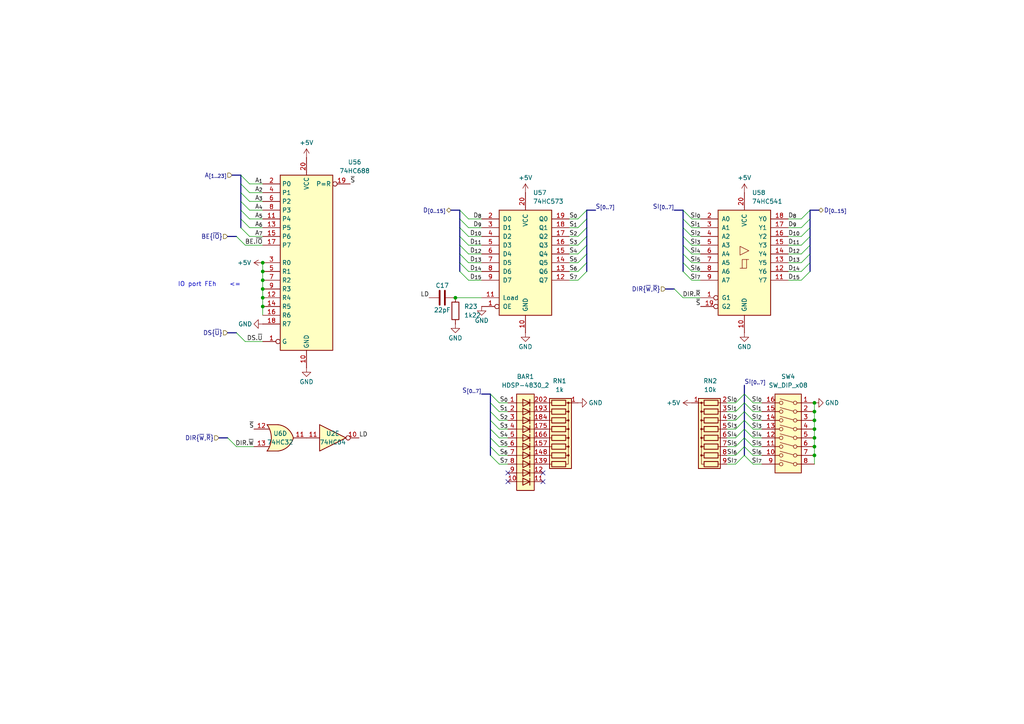
<source format=kicad_sch>
(kicad_sch (version 20250114) (generator "eeschema") (generator_version "9.0")
  (paper "A4")
  (lib_symbols
    (symbol "74xx:74HC688"
      (property "Reference" "U" (at -7.62 26.67 0))
      (property "Value" "74HC688" (at -7.62 -26.67 0))
      (symbol "74HC688_1_0"
        (pin input line (at -12.7 22.86 0) (length 5.08) (name "P0") (number "2"))
        (pin input line (at -12.7 20.32 0) (length 5.08) (name "P1") (number "4"))
        (pin input line (at -12.7 17.78 0) (length 5.08) (name "P2") (number "6"))
        (pin input line (at -12.7 15.24 0) (length 5.08) (name "P3") (number "8"))
        (pin input line (at -12.7 12.7 0) (length 5.08) (name "P4") (number "11"))
        (pin input line (at -12.7 10.16 0) (length 5.08) (name "P5") (number "13"))
        (pin input line (at -12.7 7.62 0) (length 5.08) (name "P6") (number "15"))
        (pin input line (at -12.7 5.08 0) (length 5.08) (name "P7") (number "17"))
        (pin input line (at -12.7 0 0) (length 5.08) (name "R0") (number "3"))
        (pin input line (at -12.7 -2.54 0) (length 5.08) (name "R1") (number "5"))
        (pin input line (at -12.7 -5.08 0) (length 5.08) (name "R2") (number "7"))
        (pin input line (at -12.7 -7.62 0) (length 5.08) (name "R3") (number "9"))
        (pin input line (at -12.7 -10.16 0) (length 5.08) (name "R4") (number "12"))
        (pin input line (at -12.7 -12.7 0) (length 5.08) (name "R5") (number "14"))
        (pin input line (at -12.7 -15.24 0) (length 5.08) (name "R6") (number "16"))
        (pin input line (at -12.7 -17.78 0) (length 5.08) (name "R7") (number "18"))
        (pin input inverted (at -12.7 -22.86 0) (length 5.08) (name "G") (number "1"))
        (pin power_in line (at 0 30.48 270) (length 5.08) (name "VCC") (number "20"))
        (pin power_in line (at 0 -30.48 90) (length 5.08) (name "GND") (number "10"))
        (pin output inverted (at 12.7 22.86 180) (length 5.08) (name "P=R") (number "19"))
      )
      (symbol "74HC688_1_1"
        (rectangle (start -7.62 25.4) (end 7.62 -25.4) (stroke (width 0.254)) (fill (type background)))
      )
    )
    (symbol "74xx:74LS04"
      (property "Reference" "U" (at 0 1.27 0))
      (property "Value" "74LS04" (at 0 -1.27 0))
      (symbol "74LS04_1_0"
        (polyline (pts (xy -3.81 3.81) (xy -3.81 -3.81) (xy 3.81 0) (xy -3.81 3.81)) (stroke (width 0.254)) (fill (type background)))
        (pin input line (at -7.62 0 0) (length 3.81) (name "~") (number "1"))
        (pin output inverted (at 7.62 0 180) (length 3.81) (name "~") (number "2"))
      )
      (symbol "74LS04_2_0"
        (polyline (pts (xy -3.81 3.81) (xy -3.81 -3.81) (xy 3.81 0) (xy -3.81 3.81)) (stroke (width 0.254)) (fill (type background)))
        (pin input line (at -7.62 0 0) (length 3.81) (name "~") (number "3"))
        (pin output inverted (at 7.62 0 180) (length 3.81) (name "~") (number "4"))
      )
      (symbol "74LS04_3_0"
        (polyline (pts (xy -3.81 3.81) (xy -3.81 -3.81) (xy 3.81 0) (xy -3.81 3.81)) (stroke (width 0.254)) (fill (type background)))
        (pin input line (at -7.62 0 0) (length 3.81) (name "~") (number "5"))
        (pin output inverted (at 7.62 0 180) (length 3.81) (name "~") (number "6"))
      )
      (symbol "74LS04_4_0"
        (polyline (pts (xy -3.81 3.81) (xy -3.81 -3.81) (xy 3.81 0) (xy -3.81 3.81)) (stroke (width 0.254)) (fill (type background)))
        (pin input line (at -7.62 0 0) (length 3.81) (name "~") (number "9"))
        (pin output inverted (at 7.62 0 180) (length 3.81) (name "~") (number "8"))
      )
      (symbol "74LS04_5_0"
        (polyline (pts (xy -3.81 3.81) (xy -3.81 -3.81) (xy 3.81 0) (xy -3.81 3.81)) (stroke (width 0.254)) (fill (type background)))
        (pin input line (at -7.62 0 0) (length 3.81) (name "~") (number "11"))
        (pin output inverted (at 7.62 0 180) (length 3.81) (name "~") (number "10"))
      )
      (symbol "74LS04_6_0"
        (polyline (pts (xy -3.81 3.81) (xy -3.81 -3.81) (xy 3.81 0) (xy -3.81 3.81)) (stroke (width 0.254)) (fill (type background)))
        (pin input line (at -7.62 0 0) (length 3.81) (name "~") (number "13"))
        (pin output inverted (at 7.62 0 180) (length 3.81) (name "~") (number "12"))
      )
      (symbol "74LS04_7_0"
        (pin power_in line (at 0 12.7 270) (length 5.08) (name "VCC") (number "14"))
        (pin power_in line (at 0 -12.7 90) (length 5.08) (name "GND") (number "7"))
      )
      (symbol "74LS04_7_1"
        (rectangle (start -5.08 7.62) (end 5.08 -7.62) (stroke (width 0.254)) (fill (type background)))
      )
    )
    (symbol "74xx:74LS32" (pin_names (offset 1.016))
      (property "Reference" "U" (at 0 1.27 0))
      (property "Value" "74LS32" (at 0 -1.27 0))
      (symbol "74LS32_1_1"
        (arc (start -3.81 3.81) (mid -2.589 0) (end -3.81 -3.81) (stroke (width 0.254)))
        (polyline (pts (xy -3.81 3.81) (xy -0.635 3.81)) (stroke (width 0.254)) (fill (type background)))
        (polyline (pts (xy -3.81 -3.81) (xy -0.635 -3.81)) (stroke (width 0.254)) (fill (type background)))
        (arc (start 3.81 0) (mid 2.1855 -2.584) (end -0.6096 -3.81) (stroke (width 0.254)) (fill (type background)))
        (arc (start -0.6096 3.81) (mid 2.1928 2.5924) (end 3.81 0) (stroke (width 0.254)) (fill (type background)))
        (polyline (pts (xy -0.635 3.81) (xy -3.81 3.81) (xy -3.81 3.81) (xy -3.556 3.4036) (xy -3.0226 2.2606) (xy -2.6924 1.0414) (xy -2.6162 -0.254) (xy -2.7686 -1.4986) (xy -3.175 -2.7178) (xy -3.81 -3.81) (xy -3.81 -3.81) (xy -0.635 -3.81)) (stroke (width -25.4)) (fill (type background)))
        (pin input line (at -7.62 2.54 0) (length 4.318) (name "~") (number "1"))
        (pin input line (at -7.62 -2.54 0) (length 4.318) (name "~") (number "2"))
        (pin output line (at 7.62 0 180) (length 3.81) (name "~") (number "3"))
      )
      (symbol "74LS32_1_2"
        (arc (start 0 3.81) (mid 3.7934 0) (end 0 -3.81) (stroke (width 0.254)) (fill (type background)))
        (polyline (pts (xy 0 3.81) (xy -3.81 3.81) (xy -3.81 -3.81) (xy 0 -3.81)) (stroke (width 0.254)) (fill (type background)))
        (pin input inverted (at -7.62 2.54 0) (length 3.81) (name "~") (number "1"))
        (pin input inverted (at -7.62 -2.54 0) (length 3.81) (name "~") (number "2"))
        (pin output inverted (at 7.62 0 180) (length 3.81) (name "~") (number "3"))
      )
      (symbol "74LS32_2_1"
        (arc (start -3.81 3.81) (mid -2.589 0) (end -3.81 -3.81) (stroke (width 0.254)))
        (polyline (pts (xy -3.81 3.81) (xy -0.635 3.81)) (stroke (width 0.254)) (fill (type background)))
        (polyline (pts (xy -3.81 -3.81) (xy -0.635 -3.81)) (stroke (width 0.254)) (fill (type background)))
        (arc (start 3.81 0) (mid 2.1855 -2.584) (end -0.6096 -3.81) (stroke (width 0.254)) (fill (type background)))
        (arc (start -0.6096 3.81) (mid 2.1928 2.5924) (end 3.81 0) (stroke (width 0.254)) (fill (type background)))
        (polyline (pts (xy -0.635 3.81) (xy -3.81 3.81) (xy -3.81 3.81) (xy -3.556 3.4036) (xy -3.0226 2.2606) (xy -2.6924 1.0414) (xy -2.6162 -0.254) (xy -2.7686 -1.4986) (xy -3.175 -2.7178) (xy -3.81 -3.81) (xy -3.81 -3.81) (xy -0.635 -3.81)) (stroke (width -25.4)) (fill (type background)))
        (pin input line (at -7.62 2.54 0) (length 4.318) (name "~") (number "4"))
        (pin input line (at -7.62 -2.54 0) (length 4.318) (name "~") (number "5"))
        (pin output line (at 7.62 0 180) (length 3.81) (name "~") (number "6"))
      )
      (symbol "74LS32_2_2"
        (arc (start 0 3.81) (mid 3.7934 0) (end 0 -3.81) (stroke (width 0.254)) (fill (type background)))
        (polyline (pts (xy 0 3.81) (xy -3.81 3.81) (xy -3.81 -3.81) (xy 0 -3.81)) (stroke (width 0.254)) (fill (type background)))
        (pin input inverted (at -7.62 2.54 0) (length 3.81) (name "~") (number "4"))
        (pin input inverted (at -7.62 -2.54 0) (length 3.81) (name "~") (number "5"))
        (pin output inverted (at 7.62 0 180) (length 3.81) (name "~") (number "6"))
      )
      (symbol "74LS32_3_1"
        (arc (start -3.81 3.81) (mid -2.589 0) (end -3.81 -3.81) (stroke (width 0.254)))
        (polyline (pts (xy -3.81 3.81) (xy -0.635 3.81)) (stroke (width 0.254)) (fill (type background)))
        (polyline (pts (xy -3.81 -3.81) (xy -0.635 -3.81)) (stroke (width 0.254)) (fill (type background)))
        (arc (start 3.81 0) (mid 2.1855 -2.584) (end -0.6096 -3.81) (stroke (width 0.254)) (fill (type background)))
        (arc (start -0.6096 3.81) (mid 2.1928 2.5924) (end 3.81 0) (stroke (width 0.254)) (fill (type background)))
        (polyline (pts (xy -0.635 3.81) (xy -3.81 3.81) (xy -3.81 3.81) (xy -3.556 3.4036) (xy -3.0226 2.2606) (xy -2.6924 1.0414) (xy -2.6162 -0.254) (xy -2.7686 -1.4986) (xy -3.175 -2.7178) (xy -3.81 -3.81) (xy -3.81 -3.81) (xy -0.635 -3.81)) (stroke (width -25.4)) (fill (type background)))
        (pin input line (at -7.62 2.54 0) (length 4.318) (name "~") (number "9"))
        (pin input line (at -7.62 -2.54 0) (length 4.318) (name "~") (number "10"))
        (pin output line (at 7.62 0 180) (length 3.81) (name "~") (number "8"))
      )
      (symbol "74LS32_3_2"
        (arc (start 0 3.81) (mid 3.7934 0) (end 0 -3.81) (stroke (width 0.254)) (fill (type background)))
        (polyline (pts (xy 0 3.81) (xy -3.81 3.81) (xy -3.81 -3.81) (xy 0 -3.81)) (stroke (width 0.254)) (fill (type background)))
        (pin input inverted (at -7.62 2.54 0) (length 3.81) (name "~") (number "9"))
        (pin input inverted (at -7.62 -2.54 0) (length 3.81) (name "~") (number "10"))
        (pin output inverted (at 7.62 0 180) (length 3.81) (name "~") (number "8"))
      )
      (symbol "74LS32_4_1"
        (arc (start -3.81 3.81) (mid -2.589 0) (end -3.81 -3.81) (stroke (width 0.254)))
        (polyline (pts (xy -3.81 3.81) (xy -0.635 3.81)) (stroke (width 0.254)) (fill (type background)))
        (polyline (pts (xy -3.81 -3.81) (xy -0.635 -3.81)) (stroke (width 0.254)) (fill (type background)))
        (arc (start 3.81 0) (mid 2.1855 -2.584) (end -0.6096 -3.81) (stroke (width 0.254)) (fill (type background)))
        (arc (start -0.6096 3.81) (mid 2.1928 2.5924) (end 3.81 0) (stroke (width 0.254)) (fill (type background)))
        (polyline (pts (xy -0.635 3.81) (xy -3.81 3.81) (xy -3.81 3.81) (xy -3.556 3.4036) (xy -3.0226 2.2606) (xy -2.6924 1.0414) (xy -2.6162 -0.254) (xy -2.7686 -1.4986) (xy -3.175 -2.7178) (xy -3.81 -3.81) (xy -3.81 -3.81) (xy -0.635 -3.81)) (stroke (width -25.4)) (fill (type background)))
        (pin input line (at -7.62 2.54 0) (length 4.318) (name "~") (number "12"))
        (pin input line (at -7.62 -2.54 0) (length 4.318) (name "~") (number "13"))
        (pin output line (at 7.62 0 180) (length 3.81) (name "~") (number "11"))
      )
      (symbol "74LS32_4_2"
        (arc (start 0 3.81) (mid 3.7934 0) (end 0 -3.81) (stroke (width 0.254)) (fill (type background)))
        (polyline (pts (xy 0 3.81) (xy -3.81 3.81) (xy -3.81 -3.81) (xy 0 -3.81)) (stroke (width 0.254)) (fill (type background)))
        (pin input inverted (at -7.62 2.54 0) (length 3.81) (name "~") (number "12"))
        (pin input inverted (at -7.62 -2.54 0) (length 3.81) (name "~") (number "13"))
        (pin output inverted (at 7.62 0 180) (length 3.81) (name "~") (number "11"))
      )
      (symbol "74LS32_5_0"
        (pin power_in line (at 0 12.7 270) (length 5.08) (name "VCC") (number "14"))
        (pin power_in line (at 0 -12.7 90) (length 5.08) (name "GND") (number "7"))
      )
      (symbol "74LS32_5_1"
        (rectangle (start -5.08 7.62) (end 5.08 -7.62) (stroke (width 0.254)) (fill (type background)))
      )
    )
    (symbol "74xx:74LS541" (pin_names (offset 1.016))
      (property "Reference" "U" (at -7.62 16.51 0))
      (property "Value" "74LS541" (at -7.62 -16.51 0))
      (symbol "74LS541_1_0"
        (polyline (pts (xy -1.27 -1.6002) (xy 0.635 -1.6002) (xy 0.635 0.9398) (xy 1.27 0.9398)))
        (polyline (pts (xy -0.635 -1.6002) (xy -0.635 0.9398) (xy 0.635 0.9398)))
        (polyline (pts (xy 1.27 3.4798) (xy -1.27 4.7498) (xy -1.27 2.2098) (xy 1.27 3.4798)) (stroke (width 0.1524)))
        (pin input line (at -12.7 12.7 0) (length 5.08) (name "A0") (number "2"))
        (pin input line (at -12.7 10.16 0) (length 5.08) (name "A1") (number "3"))
        (pin input line (at -12.7 7.62 0) (length 5.08) (name "A2") (number "4"))
        (pin input line (at -12.7 5.08 0) (length 5.08) (name "A3") (number "5"))
        (pin input line (at -12.7 2.54 0) (length 5.08) (name "A4") (number "6"))
        (pin input line (at -12.7 0 0) (length 5.08) (name "A5") (number "7"))
        (pin input line (at -12.7 -2.54 0) (length 5.08) (name "A6") (number "8"))
        (pin input line (at -12.7 -5.08 0) (length 5.08) (name "A7") (number "9"))
        (pin input inverted (at -12.7 -10.16 0) (length 5.08) (name "G1") (number "1"))
        (pin input inverted (at -12.7 -12.7 0) (length 5.08) (name "G2") (number "19"))
        (pin power_in line (at 0 20.32 270) (length 5.08) (name "VCC") (number "20"))
        (pin power_in line (at 0 -20.32 90) (length 5.08) (name "GND") (number "10"))
        (pin tri_state line (at 12.7 12.7 180) (length 5.08) (name "Y0") (number "18"))
        (pin tri_state line (at 12.7 10.16 180) (length 5.08) (name "Y1") (number "17"))
        (pin tri_state line (at 12.7 7.62 180) (length 5.08) (name "Y2") (number "16"))
        (pin tri_state line (at 12.7 5.08 180) (length 5.08) (name "Y3") (number "15"))
        (pin tri_state line (at 12.7 2.54 180) (length 5.08) (name "Y4") (number "14"))
        (pin tri_state line (at 12.7 0 180) (length 5.08) (name "Y5") (number "13"))
        (pin tri_state line (at 12.7 -2.54 180) (length 5.08) (name "Y6") (number "12"))
        (pin tri_state line (at 12.7 -5.08 180) (length 5.08) (name "Y7") (number "11"))
      )
      (symbol "74LS541_1_1"
        (rectangle (start -7.62 15.24) (end 7.62 -15.24) (stroke (width 0.254)) (fill (type background)))
      )
    )
    (symbol "74xx:74LS573" (pin_names (offset 1.016))
      (property "Reference" "U" (at -7.62 16.51 0))
      (property "Value" "74LS573" (at -7.62 -16.51 0))
      (symbol "74LS573_1_0"
        (pin input line (at -12.7 12.7 0) (length 5.08) (name "D0") (number "2"))
        (pin input line (at -12.7 10.16 0) (length 5.08) (name "D1") (number "3"))
        (pin input line (at -12.7 7.62 0) (length 5.08) (name "D2") (number "4"))
        (pin input line (at -12.7 5.08 0) (length 5.08) (name "D3") (number "5"))
        (pin input line (at -12.7 2.54 0) (length 5.08) (name "D4") (number "6"))
        (pin input line (at -12.7 0 0) (length 5.08) (name "D5") (number "7"))
        (pin input line (at -12.7 -2.54 0) (length 5.08) (name "D6") (number "8"))
        (pin input line (at -12.7 -5.08 0) (length 5.08) (name "D7") (number "9"))
        (pin input line (at -12.7 -10.16 0) (length 5.08) (name "Load") (number "11"))
        (pin input inverted (at -12.7 -12.7 0) (length 5.08) (name "OE") (number "1"))
        (pin power_in line (at 0 20.32 270) (length 5.08) (name "VCC") (number "20"))
        (pin power_in line (at 0 -20.32 90) (length 5.08) (name "GND") (number "10"))
        (pin tri_state line (at 12.7 12.7 180) (length 5.08) (name "Q0") (number "19"))
        (pin tri_state line (at 12.7 10.16 180) (length 5.08) (name "Q1") (number "18"))
        (pin tri_state line (at 12.7 7.62 180) (length 5.08) (name "Q2") (number "17"))
        (pin tri_state line (at 12.7 5.08 180) (length 5.08) (name "Q3") (number "16"))
        (pin tri_state line (at 12.7 2.54 180) (length 5.08) (name "Q4") (number "15"))
        (pin tri_state line (at 12.7 0 180) (length 5.08) (name "Q5") (number "14"))
        (pin tri_state line (at 12.7 -2.54 180) (length 5.08) (name "Q6") (number "13"))
        (pin tri_state line (at 12.7 -5.08 180) (length 5.08) (name "Q7") (number "12"))
      )
      (symbol "74LS573_1_1"
        (rectangle (start -7.62 15.24) (end 7.62 -15.24) (stroke (width 0.254)) (fill (type background)))
      )
    )
    (symbol "Device:C" (pin_numbers (hide yes)) (pin_names (offset 0.254))
      (property "Reference" "C" (at 0.635 2.54 0))
      (property "Value" "C" (at 0.635 -2.54 0))
      (symbol "C_0_1"
        (polyline (pts (xy -2.032 0.762) (xy 2.032 0.762)) (stroke (width 0.508)))
        (polyline (pts (xy -2.032 -0.762) (xy 2.032 -0.762)) (stroke (width 0.508)))
      )
      (symbol "C_1_1"
        (pin passive line (at 0 3.81 270) (length 2.794) (name "~") (number "1"))
        (pin passive line (at 0 -3.81 90) (length 2.794) (name "~") (number "2"))
      )
    )
    (symbol "Device:R" (pin_numbers (hide yes)) (pin_names (offset 0))
      (property "Reference" "R" (at 2.032 0 90))
      (property "Value" "R" (at 0 0 90))
      (symbol "R_0_1"
        (rectangle (start -1.016 -2.54) (end 1.016 2.54) (stroke (width 0.254)))
      )
      (symbol "R_1_1"
        (pin passive line (at 0 3.81 270) (length 1.27) (name "~") (number "1"))
        (pin passive line (at 0 -3.81 90) (length 1.27) (name "~") (number "2"))
      )
    )
    (symbol "Device:R_Network08" (pin_names (offset 0) (hide yes))
      (property "Reference" "RN" (at -12.7 0 90))
      (property "Value" "R_Network08" (at 10.16 0 90))
      (symbol "R_Network08_0_1"
        (rectangle (start -11.43 -3.175) (end 8.89 3.175) (stroke (width 0.254)) (fill (type background)))
        (rectangle (start -10.922 1.524) (end -9.398 -2.54) (stroke (width 0.254)))
        (circle (center -10.16 2.286) (radius 0.254) (fill (type outline)))
        (polyline (pts (xy -10.16 1.524) (xy -10.16 2.286) (xy -7.62 2.286) (xy -7.62 1.524)))
        (polyline (pts (xy -10.16 -2.54) (xy -10.16 -3.81)))
        (rectangle (start -8.382 1.524) (end -6.858 -2.54) (stroke (width 0.254)))
        (circle (center -7.62 2.286) (radius 0.254) (fill (type outline)))
        (polyline (pts (xy -7.62 1.524) (xy -7.62 2.286) (xy -5.08 2.286) (xy -5.08 1.524)))
        (polyline (pts (xy -7.62 -2.54) (xy -7.62 -3.81)))
        (rectangle (start -5.842 1.524) (end -4.318 -2.54) (stroke (width 0.254)))
        (circle (center -5.08 2.286) (radius 0.254) (fill (type outline)))
        (polyline (pts (xy -5.08 1.524) (xy -5.08 2.286) (xy -2.54 2.286) (xy -2.54 1.524)))
        (polyline (pts (xy -5.08 -2.54) (xy -5.08 -3.81)))
        (rectangle (start -3.302 1.524) (end -1.778 -2.54) (stroke (width 0.254)))
        (circle (center -2.54 2.286) (radius 0.254) (fill (type outline)))
        (polyline (pts (xy -2.54 1.524) (xy -2.54 2.286) (xy 0 2.286) (xy 0 1.524)))
        (polyline (pts (xy -2.54 -2.54) (xy -2.54 -3.81)))
        (rectangle (start -0.762 1.524) (end 0.762 -2.54) (stroke (width 0.254)))
        (circle (center 0 2.286) (radius 0.254) (fill (type outline)))
        (polyline (pts (xy 0 1.524) (xy 0 2.286) (xy 2.54 2.286) (xy 2.54 1.524)))
        (polyline (pts (xy 0 -2.54) (xy 0 -3.81)))
        (rectangle (start 1.778 1.524) (end 3.302 -2.54) (stroke (width 0.254)))
        (circle (center 2.54 2.286) (radius 0.254) (fill (type outline)))
        (polyline (pts (xy 2.54 1.524) (xy 2.54 2.286) (xy 5.08 2.286) (xy 5.08 1.524)))
        (polyline (pts (xy 2.54 -2.54) (xy 2.54 -3.81)))
        (rectangle (start 4.318 1.524) (end 5.842 -2.54) (stroke (width 0.254)))
        (circle (center 5.08 2.286) (radius 0.254) (fill (type outline)))
        (polyline (pts (xy 5.08 1.524) (xy 5.08 2.286) (xy 7.62 2.286) (xy 7.62 1.524)))
        (polyline (pts (xy 5.08 -2.54) (xy 5.08 -3.81)))
        (rectangle (start 6.858 1.524) (end 8.382 -2.54) (stroke (width 0.254)))
        (polyline (pts (xy 7.62 -2.54) (xy 7.62 -3.81)))
      )
      (symbol "R_Network08_1_1"
        (pin passive line (at -10.16 5.08 270) (length 2.54) (name "common") (number "1"))
        (pin passive line (at -10.16 -5.08 90) (length 1.27) (name "R1") (number "2"))
        (pin passive line (at -7.62 -5.08 90) (length 1.27) (name "R2") (number "3"))
        (pin passive line (at -5.08 -5.08 90) (length 1.27) (name "R3") (number "4"))
        (pin passive line (at -2.54 -5.08 90) (length 1.27) (name "R4") (number "5"))
        (pin passive line (at 0 -5.08 90) (length 1.27) (name "R5") (number "6"))
        (pin passive line (at 2.54 -5.08 90) (length 1.27) (name "R6") (number "7"))
        (pin passive line (at 5.08 -5.08 90) (length 1.27) (name "R7") (number "8"))
        (pin passive line (at 7.62 -5.08 90) (length 1.27) (name "R8") (number "9"))
      )
    )
    (symbol "LED:HDSP-4830_2" (pin_names (offset 1.016) (hide yes))
      (property "Reference" "BAR" (at 0 15.24 0))
      (property "Value" "HDSP-4830_2" (at 0 -17.78 0))
      (symbol "HDSP-4830_2_0_1"
        (rectangle (start -2.54 12.7) (end 2.54 -15.24) (stroke (width 0.254)) (fill (type background)))
        (polyline (pts (xy -2.54 10.16) (xy 2.54 10.16)))
        (polyline (pts (xy -2.54 7.62) (xy 2.54 7.62)))
        (polyline (pts (xy -2.54 5.08) (xy 2.54 5.08)))
        (polyline (pts (xy -2.54 0) (xy 2.54 0)))
        (polyline (pts (xy -2.54 -5.08) (xy 2.54 -5.08)))
        (polyline (pts (xy -2.54 -7.62) (xy 2.54 -7.62)))
        (polyline (pts (xy -2.54 -10.16) (xy 2.54 -10.16)))
        (polyline (pts (xy -2.54 -12.7) (xy 2.54 -12.7)))
        (polyline (pts (xy -0.762 11.176) (xy -0.762 9.144) (xy 1.27 10.16) (xy -0.762 11.176)) (stroke (width 0.254)))
        (polyline (pts (xy -0.762 8.636) (xy -0.762 6.604) (xy 1.27 7.62) (xy -0.762 8.636)) (stroke (width 0.254)))
        (polyline (pts (xy -0.762 6.096) (xy -0.762 4.064) (xy 1.27 5.08) (xy -0.762 6.096)) (stroke (width 0.254)))
        (polyline (pts (xy -0.762 3.556) (xy -0.762 1.524) (xy 1.27 2.54) (xy -0.762 3.556)) (stroke (width 0.254)))
        (polyline (pts (xy -0.762 1.016) (xy -0.762 -1.016) (xy 1.27 0) (xy -0.762 1.016)) (stroke (width 0.254)))
        (polyline (pts (xy -0.762 -1.524) (xy -0.762 -3.556) (xy 1.27 -2.54) (xy -0.762 -1.524)) (stroke (width 0.254)))
        (polyline (pts (xy -0.762 -4.064) (xy -0.762 -6.096) (xy 1.27 -5.08) (xy -0.762 -4.064)) (stroke (width 0.254)))
        (polyline (pts (xy -0.762 -6.604) (xy -0.762 -8.636) (xy 1.27 -7.62) (xy -0.762 -6.604)) (stroke (width 0.254)))
        (polyline (pts (xy -0.762 -9.144) (xy -0.762 -11.176) (xy 1.27 -10.16) (xy -0.762 -9.144)) (stroke (width 0.254)))
        (polyline (pts (xy -0.762 -11.684) (xy -0.762 -13.716) (xy 1.27 -12.7) (xy -0.762 -11.684)) (stroke (width 0.254)))
        (polyline (pts (xy 1.27 11.176) (xy 1.27 9.144)) (stroke (width 0.254)))
        (polyline (pts (xy 1.27 8.636) (xy 1.27 6.604)) (stroke (width 0.254)))
        (polyline (pts (xy 1.27 6.096) (xy 1.27 4.064)) (stroke (width 0.254)))
        (polyline (pts (xy 1.27 3.556) (xy 1.27 1.524)) (stroke (width 0.254)))
        (polyline (pts (xy 1.27 1.016) (xy 1.27 -1.016)) (stroke (width 0.254)))
        (polyline (pts (xy 1.27 -1.524) (xy 1.27 -3.556)) (stroke (width 0.254)))
        (polyline (pts (xy 1.27 -4.064) (xy 1.27 -6.096)) (stroke (width 0.254)))
        (polyline (pts (xy 1.27 -6.604) (xy 1.27 -8.636)) (stroke (width 0.254)))
        (polyline (pts (xy 1.27 -9.144) (xy 1.27 -11.176)) (stroke (width 0.254)))
        (polyline (pts (xy 1.27 -11.684) (xy 1.27 -13.716)) (stroke (width 0.254)))
        (polyline (pts (xy 2.54 2.54) (xy -2.54 2.54)))
        (polyline (pts (xy 2.54 -2.54) (xy -2.54 -2.54)))
      )
      (symbol "HDSP-4830_2_1_1"
        (pin passive line (at -5.08 10.16 0) (length 2.54) (name "A") (number "1"))
        (pin passive line (at -5.08 7.62 0) (length 2.54) (name "A") (number "2"))
        (pin passive line (at -5.08 5.08 0) (length 2.54) (name "A") (number "3"))
        (pin passive line (at -5.08 2.54 0) (length 2.54) (name "A") (number "4"))
        (pin passive line (at -5.08 0 0) (length 2.54) (name "A") (number "5"))
        (pin passive line (at -5.08 -2.54 0) (length 2.54) (name "A") (number "6"))
        (pin passive line (at -5.08 -5.08 0) (length 2.54) (name "A") (number "7"))
        (pin passive line (at -5.08 -7.62 0) (length 2.54) (name "A") (number "8"))
        (pin passive line (at -5.08 -10.16 0) (length 2.54) (name "A") (number "9"))
        (pin passive line (at -5.08 -12.7 0) (length 2.54) (name "A") (number "10"))
        (pin passive line (at 5.08 10.16 180) (length 2.54) (name "K") (number "20"))
        (pin passive line (at 5.08 7.62 180) (length 2.54) (name "K") (number "19"))
        (pin passive line (at 5.08 5.08 180) (length 2.54) (name "K") (number "18"))
        (pin passive line (at 5.08 2.54 180) (length 2.54) (name "K") (number "17"))
        (pin passive line (at 5.08 0 180) (length 2.54) (name "K") (number "16"))
        (pin passive line (at 5.08 -2.54 180) (length 2.54) (name "K") (number "15"))
        (pin passive line (at 5.08 -5.08 180) (length 2.54) (name "K") (number "14"))
        (pin passive line (at 5.08 -7.62 180) (length 2.54) (name "K") (number "13"))
        (pin passive line (at 5.08 -10.16 180) (length 2.54) (name "K") (number "12"))
        (pin passive line (at 5.08 -12.7 180) (length 2.54) (name "K") (number "11"))
      )
    )
    (symbol "Switch:SW_DIP_x08" (pin_names (offset 0) (hide yes))
      (property "Reference" "SW" (at 0 13.97 0))
      (property "Value" "SW_DIP_x08" (at 0 -11.43 0))
      (symbol "SW_DIP_x08_0_0"
        (circle (center -2.032 10.16) (radius 0.508))
        (circle (center -2.032 7.62) (radius 0.508))
        (circle (center -2.032 5.08) (radius 0.508))
        (circle (center -2.032 2.54) (radius 0.508))
        (circle (center -2.032 0) (radius 0.508))
        (circle (center -2.032 -2.54) (radius 0.508))
        (circle (center -2.032 -5.08) (radius 0.508))
        (circle (center -2.032 -7.62) (radius 0.508))
        (polyline (pts (xy -1.524 10.287) (xy 2.3622 11.3284)))
        (polyline (pts (xy -1.524 7.747) (xy 2.3622 8.7884)))
        (polyline (pts (xy -1.524 5.207) (xy 2.3622 6.2484)))
        (polyline (pts (xy -1.524 2.667) (xy 2.3622 3.7084)))
        (polyline (pts (xy -1.524 0.127) (xy 2.3622 1.1684)))
        (polyline (pts (xy -1.524 -2.3876) (xy 2.3622 -1.3462)))
        (polyline (pts (xy -1.524 -4.9276) (xy 2.3622 -3.8862)))
        (polyline (pts (xy -1.524 -7.4676) (xy 2.3622 -6.4262)))
        (circle (center 2.032 10.16) (radius 0.508))
        (circle (center 2.032 7.62) (radius 0.508))
        (circle (center 2.032 5.08) (radius 0.508))
        (circle (center 2.032 2.54) (radius 0.508))
        (circle (center 2.032 0) (radius 0.508))
        (circle (center 2.032 -2.54) (radius 0.508))
        (circle (center 2.032 -5.08) (radius 0.508))
        (circle (center 2.032 -7.62) (radius 0.508))
      )
      (symbol "SW_DIP_x08_0_1"
        (rectangle (start -3.81 12.7) (end 3.81 -10.16) (stroke (width 0.254)) (fill (type background)))
      )
      (symbol "SW_DIP_x08_1_1"
        (pin passive line (at -7.62 10.16 0) (length 5.08) (name "~") (number "1"))
        (pin passive line (at -7.62 7.62 0) (length 5.08) (name "~") (number "2"))
        (pin passive line (at -7.62 5.08 0) (length 5.08) (name "~") (number "3"))
        (pin passive line (at -7.62 2.54 0) (length 5.08) (name "~") (number "4"))
        (pin passive line (at -7.62 0 0) (length 5.08) (name "~") (number "5"))
        (pin passive line (at -7.62 -2.54 0) (length 5.08) (name "~") (number "6"))
        (pin passive line (at -7.62 -5.08 0) (length 5.08) (name "~") (number "7"))
        (pin passive line (at -7.62 -7.62 0) (length 5.08) (name "~") (number "8"))
        (pin passive line (at 7.62 10.16 180) (length 5.08) (name "~") (number "16"))
        (pin passive line (at 7.62 7.62 180) (length 5.08) (name "~") (number "15"))
        (pin passive line (at 7.62 5.08 180) (length 5.08) (name "~") (number "14"))
        (pin passive line (at 7.62 2.54 180) (length 5.08) (name "~") (number "13"))
        (pin passive line (at 7.62 0 180) (length 5.08) (name "~") (number "12"))
        (pin passive line (at 7.62 -2.54 180) (length 5.08) (name "~") (number "11"))
        (pin passive line (at 7.62 -5.08 180) (length 5.08) (name "~") (number "10"))
        (pin passive line (at 7.62 -7.62 180) (length 5.08) (name "~") (number "9"))
      )
    )
    (symbol "power:+9V" (power) (pin_numbers (hide yes)) (pin_names (offset 0) (hide yes))
      (property "Value" "+9V" (at 0 3.556 0))
      (symbol "+9V_0_1"
        (polyline (pts (xy -0.762 1.27) (xy 0 2.54)))
        (polyline (pts (xy 0 2.54) (xy 0.762 1.27)))
        (polyline (pts (xy 0 0) (xy 0 2.54)))
      )
      (symbol "+9V_1_1"
        (pin power_in line (at 0 0 90) (length 0) (name "~") (number "1"))
      )
    )
    (symbol "power:GND" (power) (pin_numbers (hide yes)) (pin_names (offset 0) (hide yes))
      (property "Value" "GND" (at 0 -3.81 0))
      (symbol "GND_0_1"
        (polyline (pts (xy 0 0) (xy 0 -1.27) (xy 1.27 -1.27) (xy 0 -2.54) (xy -1.27 -1.27) (xy 0 -1.27)))
      )
      (symbol "GND_1_1"
        (pin power_in line (at 0 0 270) (length 0) (name "~") (number "1"))
      )
    )
  )
  (text "IO port FEh	<=" (at 69.85 82.55 0) (effects (font (size 1.27 1.27)) (justify right)))
  (junction (at 76.2 83.82))
  (junction (at 236.22 127))
  (junction (at 236.22 121.92))
  (junction (at 76.2 86.36))
  (junction (at 236.22 132.08))
  (junction (at 76.2 76.2))
  (junction (at 236.22 119.38))
  (junction (at 132.08 86.36))
  (junction (at 76.2 88.9))
  (junction (at 236.22 124.46))
  (junction (at 236.22 116.84))
  (junction (at 76.2 81.28))
  (junction (at 236.22 129.54))
  (junction (at 76.2 78.74))
  (no_connect (at 157.48 137.16))
  (no_connect (at 157.48 139.7))
  (no_connect (at 147.32 139.7))
  (no_connect (at 147.32 137.16))
  (bus_entry (at 144.78 124.46) (size -2.54 -2.54))
  (bus_entry (at 200.66 81.28) (size -2.54 -2.54))
  (bus_entry (at 167.64 73.66) (size 2.54 -2.54))
  (bus_entry (at 218.44 121.92) (size -2.54 -2.54))
  (bus_entry (at 72.39 66.04) (size -2.54 -2.54))
  (bus_entry (at 144.78 121.92) (size -2.54 -2.54))
  (bus_entry (at 218.44 127) (size -2.54 -2.54))
  (bus_entry (at 213.36 132.08) (size 2.54 -2.54))
  (bus_entry (at 135.89 63.5) (size -2.54 -2.54))
  (bus_entry (at 135.89 73.66) (size -2.54 -2.54))
  (bus_entry (at 213.36 121.92) (size 2.54 -2.54))
  (bus_entry (at 68.58 129.54) (size -2.54 -2.54))
  (bus_entry (at 232.41 81.28) (size 2.54 -2.54))
  (bus_entry (at 135.89 81.28) (size -2.54 -2.54))
  (bus_entry (at 232.41 78.74) (size 2.54 -2.54))
  (bus_entry (at 232.41 71.12) (size 2.54 -2.54))
  (bus_entry (at 144.78 132.08) (size -2.54 -2.54))
  (bus_entry (at 213.36 124.46) (size 2.54 -2.54))
  (bus_entry (at 218.44 124.46) (size -2.54 -2.54))
  (bus_entry (at 200.66 73.66) (size -2.54 -2.54))
  (bus_entry (at 167.64 78.74) (size 2.54 -2.54))
  (bus_entry (at 218.44 119.38) (size -2.54 -2.54))
  (bus_entry (at 200.66 71.12) (size -2.54 -2.54))
  (bus_entry (at 167.64 68.58) (size 2.54 -2.54))
  (bus_entry (at 200.66 63.5) (size -2.54 -2.54))
  (bus_entry (at 200.66 66.04) (size -2.54 -2.54))
  (bus_entry (at 218.44 116.84) (size -2.54 -2.54))
  (bus_entry (at 200.66 76.2) (size -2.54 -2.54))
  (bus_entry (at 72.39 63.5) (size -2.54 -2.54))
  (bus_entry (at 144.78 119.38) (size -2.54 -2.54))
  (bus_entry (at 167.64 66.04) (size 2.54 -2.54))
  (bus_entry (at 135.89 76.2) (size -2.54 -2.54))
  (bus_entry (at 200.66 78.74) (size -2.54 -2.54))
  (bus_entry (at 167.64 81.28) (size 2.54 -2.54))
  (bus_entry (at 213.36 129.54) (size 2.54 -2.54))
  (bus_entry (at 135.89 78.74) (size -2.54 -2.54))
  (bus_entry (at 218.44 132.08) (size -2.54 -2.54))
  (bus_entry (at 144.78 127) (size -2.54 -2.54))
  (bus_entry (at 72.39 58.42) (size -2.54 -2.54))
  (bus_entry (at 213.36 134.62) (size 2.54 -2.54))
  (bus_entry (at 213.36 119.38) (size 2.54 -2.54))
  (bus_entry (at 232.41 73.66) (size 2.54 -2.54))
  (bus_entry (at 167.64 63.5) (size 2.54 -2.54))
  (bus_entry (at 213.36 116.84) (size 2.54 -2.54))
  (bus_entry (at 232.41 63.5) (size 2.54 -2.54))
  (bus_entry (at 144.78 129.54) (size -2.54 -2.54))
  (bus_entry (at 135.89 71.12) (size -2.54 -2.54))
  (bus_entry (at 213.36 127) (size 2.54 -2.54))
  (bus_entry (at 72.39 60.96) (size -2.54 -2.54))
  (bus_entry (at 135.89 66.04) (size -2.54 -2.54))
  (bus_entry (at 72.39 53.34) (size -2.54 -2.54))
  (bus_entry (at 232.41 66.04) (size 2.54 -2.54))
  (bus_entry (at 135.89 68.58) (size -2.54 -2.54))
  (bus_entry (at 144.78 116.84) (size -2.54 -2.54))
  (bus_entry (at 198.12 86.36) (size -2.54 -2.54))
  (bus_entry (at 167.64 71.12) (size 2.54 -2.54))
  (bus_entry (at 218.44 134.62) (size -2.54 -2.54))
  (bus_entry (at 71.12 99.06) (size -2.54 -2.54))
  (bus_entry (at 167.64 76.2) (size 2.54 -2.54))
  (bus_entry (at 144.78 134.62) (size -2.54 -2.54))
  (bus_entry (at 72.39 55.88) (size -2.54 -2.54))
  (bus_entry (at 232.41 76.2) (size 2.54 -2.54))
  (bus_entry (at 232.41 68.58) (size 2.54 -2.54))
  (bus_entry (at 71.12 71.12) (size -2.54 -2.54))
  (bus_entry (at 72.39 68.58) (size -2.54 -2.54))
  (bus_entry (at 200.66 68.58) (size -2.54 -2.54))
  (bus_entry (at 218.44 129.54) (size -2.54 -2.54))
  (wire (pts (xy 165.1 81.28) (xy 167.64 81.28)))
  (wire (pts (xy 203.2 63.5) (xy 200.66 63.5)))
  (wire (pts (xy 236.22 121.92) (xy 236.22 124.46)))
  (wire (pts (xy 73.66 129.54) (xy 68.58 129.54)))
  (wire (pts (xy 236.22 119.38) (xy 236.22 121.92)))
  (wire (pts (xy 76.2 63.5) (xy 72.39 63.5)))
  (wire (pts (xy 139.7 76.2) (xy 135.89 76.2)))
  (wire (pts (xy 165.1 73.66) (xy 167.64 73.66)))
  (wire (pts (xy 210.82 129.54) (xy 213.36 129.54)))
  (wire (pts (xy 228.6 63.5) (xy 232.41 63.5)))
  (wire (pts (xy 76.2 71.12) (xy 71.12 71.12)))
  (bus (pts (xy 170.18 73.66) (xy 170.18 71.12)))
  (bus (pts (xy 215.9 127) (xy 215.9 124.46)))
  (wire (pts (xy 220.98 132.08) (xy 218.44 132.08)))
  (wire (pts (xy 76.2 58.42) (xy 72.39 58.42)))
  (wire (pts (xy 139.7 66.04) (xy 135.89 66.04)))
  (bus (pts (xy 234.95 71.12) (xy 234.95 68.58)))
  (wire (pts (xy 228.6 76.2) (xy 232.41 76.2)))
  (bus (pts (xy 133.35 68.58) (xy 133.35 66.04)))
  (wire (pts (xy 165.1 71.12) (xy 167.64 71.12)))
  (bus (pts (xy 234.95 63.5) (xy 234.95 60.96)))
  (wire (pts (xy 147.32 124.46) (xy 144.78 124.46)))
  (bus (pts (xy 67.31 50.8) (xy 69.85 50.8)))
  (wire (pts (xy 165.1 66.04) (xy 167.64 66.04)))
  (wire (pts (xy 76.2 88.9) (xy 76.2 91.44)))
  (wire (pts (xy 210.82 134.62) (xy 213.36 134.62)))
  (wire (pts (xy 220.98 124.46) (xy 218.44 124.46)))
  (bus (pts (xy 130.81 60.96) (xy 133.35 60.96)))
  (bus (pts (xy 69.85 55.88) (xy 69.85 58.42)))
  (wire (pts (xy 76.2 86.36) (xy 76.2 88.9)))
  (bus (pts (xy 133.35 73.66) (xy 133.35 71.12)))
  (wire (pts (xy 236.22 129.54) (xy 236.22 132.08)))
  (wire (pts (xy 220.98 116.84) (xy 218.44 116.84)))
  (bus (pts (xy 170.18 76.2) (xy 170.18 73.66)))
  (wire (pts (xy 76.2 53.34) (xy 72.39 53.34)))
  (wire (pts (xy 76.2 78.74) (xy 76.2 81.28)))
  (wire (pts (xy 147.32 134.62) (xy 144.78 134.62)))
  (wire (pts (xy 228.6 66.04) (xy 232.41 66.04)))
  (wire (pts (xy 165.1 78.74) (xy 167.64 78.74)))
  (wire (pts (xy 228.6 73.66) (xy 232.41 73.66)))
  (wire (pts (xy 76.2 60.96) (xy 72.39 60.96)))
  (wire (pts (xy 220.98 127) (xy 218.44 127)))
  (bus (pts (xy 234.95 66.04) (xy 234.95 63.5)))
  (wire (pts (xy 147.32 119.38) (xy 144.78 119.38)))
  (wire (pts (xy 76.2 66.04) (xy 72.39 66.04)))
  (wire (pts (xy 210.82 132.08) (xy 213.36 132.08)))
  (wire (pts (xy 147.32 129.54) (xy 144.78 129.54)))
  (bus (pts (xy 63.5 127) (xy 66.04 127)))
  (wire (pts (xy 232.41 68.58) (xy 228.6 68.58)))
  (wire (pts (xy 228.6 71.12) (xy 232.41 71.12)))
  (wire (pts (xy 236.22 127) (xy 236.22 129.54)))
  (bus (pts (xy 133.35 71.12) (xy 133.35 68.58)))
  (bus (pts (xy 66.04 68.58) (xy 68.58 68.58)))
  (wire (pts (xy 203.2 81.28) (xy 200.66 81.28)))
  (bus (pts (xy 142.24 132.08) (xy 142.24 129.54)))
  (wire (pts (xy 147.32 127) (xy 144.78 127)))
  (wire (pts (xy 236.22 124.46) (xy 236.22 127)))
  (wire (pts (xy 76.2 81.28) (xy 76.2 83.82)))
  (bus (pts (xy 142.24 114.3) (xy 139.7 114.3)))
  (wire (pts (xy 200.66 68.58) (xy 203.2 68.58)))
  (wire (pts (xy 165.1 76.2) (xy 167.64 76.2)))
  (wire (pts (xy 147.32 132.08) (xy 144.78 132.08)))
  (wire (pts (xy 203.2 86.36) (xy 198.12 86.36)))
  (bus (pts (xy 215.9 119.38) (xy 215.9 116.84)))
  (wire (pts (xy 147.32 116.84) (xy 144.78 116.84)))
  (wire (pts (xy 139.7 81.28) (xy 135.89 81.28)))
  (bus (pts (xy 142.24 129.54) (xy 142.24 127)))
  (wire (pts (xy 228.6 78.74) (xy 232.41 78.74)))
  (wire (pts (xy 236.22 132.08) (xy 236.22 134.62)))
  (wire (pts (xy 165.1 63.5) (xy 167.64 63.5)))
  (wire (pts (xy 210.82 121.92) (xy 213.36 121.92)))
  (wire (pts (xy 220.98 129.54) (xy 218.44 129.54)))
  (wire (pts (xy 132.08 86.36) (xy 139.7 86.36)))
  (wire (pts (xy 135.89 68.58) (xy 139.7 68.58)))
  (bus (pts (xy 142.24 119.38) (xy 142.24 116.84)))
  (wire (pts (xy 203.2 73.66) (xy 200.66 73.66)))
  (wire (pts (xy 220.98 134.62) (xy 218.44 134.62)))
  (wire (pts (xy 76.2 68.58) (xy 72.39 68.58)))
  (bus (pts (xy 198.12 60.96) (xy 195.58 60.96)))
  (bus (pts (xy 170.18 68.58) (xy 170.18 66.04)))
  (wire (pts (xy 210.82 119.38) (xy 213.36 119.38)))
  (wire (pts (xy 147.32 121.92) (xy 144.78 121.92)))
  (wire (pts (xy 210.82 124.46) (xy 213.36 124.46)))
  (wire (pts (xy 203.2 78.74) (xy 200.66 78.74)))
  (bus (pts (xy 170.18 60.96) (xy 172.72 60.96)))
  (bus (pts (xy 215.9 129.54) (xy 215.9 127)))
  (wire (pts (xy 228.6 81.28) (xy 232.41 81.28)))
  (bus (pts (xy 69.85 55.88) (xy 69.85 53.34)))
  (wire (pts (xy 139.7 78.74) (xy 135.89 78.74)))
  (bus (pts (xy 198.12 78.74) (xy 198.12 76.2)))
  (wire (pts (xy 220.98 119.38) (xy 218.44 119.38)))
  (wire (pts (xy 236.22 116.84) (xy 236.22 119.38)))
  (wire (pts (xy 76.2 76.2) (xy 76.2 78.74)))
  (bus (pts (xy 69.85 53.34) (xy 69.85 50.8)))
  (bus (pts (xy 198.12 66.04) (xy 198.12 63.5)))
  (wire (pts (xy 165.1 68.58) (xy 167.64 68.58)))
  (wire (pts (xy 139.7 71.12) (xy 135.89 71.12)))
  (bus (pts (xy 142.24 116.84) (xy 142.24 114.3)))
  (bus (pts (xy 215.9 124.46) (xy 215.9 121.92)))
  (bus (pts (xy 170.18 78.74) (xy 170.18 76.2)))
  (wire (pts (xy 139.7 63.5) (xy 135.89 63.5)))
  (bus (pts (xy 69.85 60.96) (xy 69.85 63.5)))
  (bus (pts (xy 66.04 96.52) (xy 68.58 96.52)))
  (bus (pts (xy 215.9 121.92) (xy 215.9 119.38)))
  (bus (pts (xy 234.95 76.2) (xy 234.95 73.66)))
  (bus (pts (xy 170.18 66.04) (xy 170.18 63.5)))
  (bus (pts (xy 234.95 78.74) (xy 234.95 76.2)))
  (bus (pts (xy 198.12 73.66) (xy 198.12 71.12)))
  (bus (pts (xy 198.12 71.12) (xy 198.12 68.58)))
  (bus (pts (xy 69.85 63.5) (xy 69.85 66.04)))
  (wire (pts (xy 203.2 71.12) (xy 200.66 71.12)))
  (bus (pts (xy 193.04 83.82) (xy 195.58 83.82)))
  (bus (pts (xy 215.9 132.08) (xy 215.9 129.54)))
  (bus (pts (xy 142.24 124.46) (xy 142.24 121.92)))
  (bus (pts (xy 142.24 121.92) (xy 142.24 119.38)))
  (bus (pts (xy 170.18 63.5) (xy 170.18 60.96)))
  (wire (pts (xy 210.82 127) (xy 213.36 127)))
  (wire (pts (xy 218.44 121.92) (xy 220.98 121.92)))
  (wire (pts (xy 139.7 73.66) (xy 135.89 73.66)))
  (bus (pts (xy 198.12 68.58) (xy 198.12 66.04)))
  (bus (pts (xy 234.95 73.66) (xy 234.95 71.12)))
  (bus (pts (xy 133.35 66.04) (xy 133.35 63.5)))
  (bus (pts (xy 198.12 76.2) (xy 198.12 73.66)))
  (bus (pts (xy 198.12 63.5) (xy 198.12 60.96)))
  (bus (pts (xy 142.24 127) (xy 142.24 124.46)))
  (bus (pts (xy 133.35 63.5) (xy 133.35 60.96)))
  (bus (pts (xy 133.35 76.2) (xy 133.35 73.66)))
  (wire (pts (xy 76.2 55.88) (xy 72.39 55.88)))
  (bus (pts (xy 170.18 71.12) (xy 170.18 68.58)))
  (wire (pts (xy 76.2 99.06) (xy 71.12 99.06)))
  (wire (pts (xy 203.2 66.04) (xy 200.66 66.04)))
  (bus (pts (xy 215.9 111.76) (xy 215.9 114.3)))
  (bus (pts (xy 215.9 116.84) (xy 215.9 114.3)))
  (bus (pts (xy 234.95 68.58) (xy 234.95 66.04)))
  (wire (pts (xy 76.2 83.82) (xy 76.2 86.36)))
  (wire (pts (xy 203.2 76.2) (xy 200.66 76.2)))
  (bus (pts (xy 69.85 58.42) (xy 69.85 60.96)))
  (bus (pts (xy 133.35 78.74) (xy 133.35 76.2)))
  (bus (pts (xy 237.49 60.96) (xy 234.95 60.96)))
  (wire (pts (xy 210.82 116.84) (xy 213.36 116.84)))
  (label "D_{15}" (at 139.7 81.28 180))
  (label "SI_{7}" (at 210.82 134.62 0))
  (label "S_{0}" (at 147.32 116.84 180))
  (label "S_{5}" (at 165.1 76.2 0))
  (label "SI_{3}" (at 210.82 124.46 0))
  (label "D_{10}" (at 139.7 68.58 180))
  (label "LD" (at 124.46 86.36 180))
  (label "SI_{5}" (at 203.2 76.2 180))
  (label "SI_{3}" (at 203.2 71.12 180))
  (label "A_{4}" (at 76.2 60.96 180))
  (label "D_{10}" (at 228.6 68.58 0))
  (label "D_{12}" (at 139.7 73.66 180))
  (label "LD" (at 104.14 127 0))
  (label "SI_{2}" (at 203.2 68.58 180))
  (label "S_{[0..7]}" (at 172.72 60.96 0))
  (label "D_{11}" (at 228.6 71.12 0))
  (label "BE.~{IO}" (at 76.2 71.12 180))
  (label "SI_{4}" (at 203.2 73.66 180))
  (label "SI_{6}" (at 203.2 78.74 180))
  (label "SI_{1}" (at 220.98 119.38 180))
  (label "~{S}" (at 73.66 124.46 180))
  (label "SI_{6}" (at 220.98 132.08 180))
  (label "S_{1}" (at 165.1 66.04 0))
  (label "SI_{4}" (at 220.98 127 180))
  (label "DIR.~{R}" (at 203.2 86.36 180))
  (label "D_{9}" (at 139.7 66.04 180))
  (label "D_{12}" (at 228.6 73.66 0))
  (label "A_{7}" (at 76.2 68.58 180))
  (label "SI_{0}" (at 220.98 116.84 180))
  (label "SI_{7}" (at 203.2 81.28 180))
  (label "A_{3}" (at 76.2 58.42 180))
  (label "S_{2}" (at 165.1 68.58 0))
  (label "S_{2}" (at 147.32 121.92 180))
  (label "SI_{3}" (at 220.98 124.46 180))
  (label "SI_{5}" (at 220.98 129.54 180))
  (label "SI_{1}" (at 210.82 119.38 0))
  (label "D_{9}" (at 228.6 66.04 0))
  (label "D_{8}" (at 139.7 63.5 180))
  (label "D_{13}" (at 139.7 76.2 180))
  (label "S_{4}" (at 147.32 127 180))
  (label "S_{6}" (at 165.1 78.74 0))
  (label "D_{13}" (at 228.6 76.2 0))
  (label "S_{7}" (at 147.32 134.62 180))
  (label "SI_{5}" (at 210.82 129.54 0))
  (label "S_{5}" (at 147.32 129.54 180))
  (label "S_{0}" (at 165.1 63.5 0))
  (label "SI_{0}" (at 203.2 63.5 180))
  (label "SI_{6}" (at 210.82 132.08 0))
  (label "A_{6}" (at 76.2 66.04 180))
  (label "A_{1}" (at 76.2 53.34 180))
  (label "SI_{0}" (at 210.82 116.84 0))
  (label "D_{11}" (at 139.7 71.12 180))
  (label "S_{4}" (at 165.1 73.66 0))
  (label "D_{14}" (at 228.6 78.74 0))
  (label "S_{3}" (at 165.1 71.12 0))
  (label "S_{[0..7]}" (at 139.7 114.3 180))
  (label "A_{5}" (at 76.2 63.5 180))
  (label "SI_{2}" (at 220.98 121.92 180))
  (label "SI_{[0..7]}" (at 195.58 60.96 180))
  (label "D_{8}" (at 228.6 63.5 0))
  (label "SI_{7}" (at 220.98 134.62 180))
  (label "SI_{[0..7]}" (at 215.9 111.76 0))
  (label "~{S}" (at 203.2 88.9 180))
  (label "D_{15}" (at 228.6 81.28 0))
  (label "SI_{4}" (at 210.82 127 0))
  (label "S_{3}" (at 147.32 124.46 180))
  (label "~{S}" (at 101.6 53.34 0))
  (label "SI_{2}" (at 210.82 121.92 0))
  (label "S_{6}" (at 147.32 132.08 180))
  (label "DIR.~{W}" (at 73.66 129.54 180))
  (label "A_{2}" (at 76.2 55.88 180))
  (label "D_{14}" (at 139.7 78.74 180))
  (label "S_{7}" (at 165.1 81.28 0))
  (label "SI_{1}" (at 203.2 66.04 180))
  (label "DS.~{U}" (at 76.2 99.06 180))
  (label "S_{1}" (at 147.32 119.38 180))
  (hierarchical_label "BE{~{IO}}" (shape input) (at 66.04 68.58 180))
  (hierarchical_label "D_{[0..15]}" (shape bidirectional) (at 237.49 60.96 0))
  (hierarchical_label "DIR{~{W},~{R}}" (shape input) (at 193.04 83.82 180))
  (hierarchical_label "A_{[1..23]}" (shape input) (at 67.31 50.8 180))
  (hierarchical_label "D_{[0..15]}" (shape bidirectional) (at 130.81 60.96 180))
  (hierarchical_label "DS{~{U}}" (shape input) (at 66.04 96.52 180))
  (hierarchical_label "DIR{~{W},~{R}}" (shape input) (at 63.5 127 180))
  (symbol (lib_id "74xx:74LS541") (at 215.9 76.2 0) (unit 1)
    (property "Reference" "U58" (at 218.0941 55.88 0) (effects (justify left)))
    (property "Value" "74HC541" (at 218.0941 58.42 0) (effects (justify left)))
    (property "Footprint" "Package_DIP:DIP-20_W7.62mm" (effects (hide yes)))
    (property "Datasheet" "http://www.ti.com/lit/gpn/sn74LS541" (effects (hide yes)))
    (property "Description" "8-bit Buffer/Line Driver 3-state outputs" (effects (hide yes)))
  )
  (symbol (lib_id "74xx:74LS573") (at 152.4 76.2 0) (unit 1)
    (property "Reference" "U57" (at 154.5941 55.88 0) (effects (justify left)))
    (property "Value" "74HC573" (at 154.5941 58.42 0) (effects (justify left)))
    (property "Footprint" "Package_DIP:DIP-20_W7.62mm" (effects (hide yes)))
    (property "Datasheet" "74xx/74hc573.pdf" (effects (hide yes)))
    (property "Description" "8-bit Latch 3-state outputs" (effects (hide yes)))
  )
  (symbol (lib_id "power:GND") (at 88.9 106.68 0) (mirror y) (unit 1)
    (property "Reference" "#PWR0208" (effects (hide yes)))
    (property "Value" "GND" (at 88.9 110.744 0))
    (property "Description" "Power symbol creates a global label with name \"GND\" , ground" (effects (hide yes)))
  )
  (symbol (lib_id "74xx:74HC688") (at 88.9 76.2 0) (unit 1)
    (property "Reference" "U56" (at 102.87 47.0214 0))
    (property "Value" "74HC688" (at 102.87 49.5614 0))
    (property "Footprint" "Package_DIP:DIP-20_W7.62mm" (effects (hide yes)))
    (property "Datasheet" "https://www.ti.com/lit/ds/symlink/cd54hc688.pdf" (effects (hide yes)))
    (property "Description" "8-bit magnitude comparator" (effects (hide yes)))
  )
  (symbol (lib_id "power:GND") (at 76.2 93.98 270) (unit 1)
    (property "Reference" "#PWR089" (effects (hide yes)))
    (property "Value" "GND" (at 73.152 93.98 90) (effects (justify right)))
    (property "Description" "Power symbol creates a global label with name \"GND\" , ground" (effects (hide yes)))
  )
  (symbol (lib_id "Device:C") (at 128.27 86.36 90) (unit 1)
    (property "Reference" "C17" (at 128.27 82.804 90))
    (property "Value" "22pF" (at 128.27 89.916 90))
    (property "Footprint" "Capacitor_THT:C_Disc_D3.0mm_W1.6mm_P2.54mm" (effects (hide yes)))
    (property "Description" "Unpolarized capacitor" (effects (hide yes)))
  )
  (symbol (lib_id "power:+9V") (at 76.2 76.2 90) (mirror x) (unit 1)
    (property "Reference" "#PWR088" (effects (hide yes)))
    (property "Value" "+5V" (at 72.898 76.2 90) (effects (justify left)))
    (property "Description" "Power symbol creates a global label with name \"+9V\"" (effects (hide yes)))
  )
  (symbol (lib_id "power:GND") (at 215.9 96.52 0) (mirror y) (unit 1)
    (property "Reference" "#PWR0207" (effects (hide yes)))
    (property "Value" "GND" (at 215.9 100.584 0))
    (property "Description" "Power symbol creates a global label with name \"GND\" , ground" (effects (hide yes)))
  )
  (symbol (lib_id "power:GND") (at 152.4 96.52 0) (mirror y) (unit 1)
    (property "Reference" "#PWR0206" (effects (hide yes)))
    (property "Value" "GND" (at 152.4 100.584 0))
    (property "Description" "Power symbol creates a global label with name \"GND\" , ground" (effects (hide yes)))
  )
  (symbol (lib_id "Device:R_Network08") (at 162.56 127 270) (unit 1)
    (property "Reference" "RN1" (at 162.306 110.49 90))
    (property "Value" "1k" (at 162.306 113.03 90))
    (property "Footprint" "Resistor_THT:R_Array_SIP9" (effects (hide yes)))
    (property "Datasheet" "http://www.vishay.com/docs/31509/csc.pdf" (effects (hide yes)))
    (property "Description" "8 resistor network, star topology, bussed resistors, small symbol" (effects (hide yes)))
  )
  (symbol (lib_id "power:GND") (at 132.08 93.98 0) (mirror y) (unit 1)
    (property "Reference" "#PWR0205" (effects (hide yes)))
    (property "Value" "GND" (at 132.08 98.044 0))
    (property "Description" "Power symbol creates a global label with name \"GND\" , ground" (effects (hide yes)))
  )
  (symbol (lib_id "power:+9V") (at 215.9 55.88 0) (unit 1)
    (property "Reference" "#PWR0203" (effects (hide yes)))
    (property "Value" "+5V" (at 215.9 51.562 0))
    (property "Description" "Power symbol creates a global label with name \"+9V\"" (effects (hide yes)))
  )
  (symbol (lib_id "power:+9V") (at 88.9 45.72 0) (unit 1)
    (property "Reference" "#PWR0201" (effects (hide yes)))
    (property "Value" "+5V" (at 88.9 41.402 0))
    (property "Description" "Power symbol creates a global label with name \"+9V\"" (effects (hide yes)))
  )
  (symbol (lib_id "power:GND") (at 236.22 116.84 90) (mirror x) (unit 1)
    (property "Reference" "#PWR0211" (effects (hide yes)))
    (property "Value" "GND" (at 239.268 116.84 90) (effects (justify right)))
    (property "Description" "Power symbol creates a global label with name \"GND\" , ground" (effects (hide yes)))
  )
  (symbol (lib_id "Device:R") (at 132.08 90.17 0) (mirror y) (unit 1)
    (property "Reference" "R23" (at 134.62 88.8999 0) (effects (justify right)))
    (property "Value" "1k22" (at 134.62 91.4399 0) (effects (justify right)))
    (property "Footprint" "Resistor_THT:R_Axial_DIN0207_L6.3mm_D2.5mm_P2.54mm_Vertical" (effects (hide yes)))
    (property "Description" "Resistor" (effects (hide yes)))
  )
  (symbol (lib_id "Switch:SW_DIP_x08") (at 228.6 127 0) (mirror y) (unit 1)
    (property "Reference" "SW4" (at 228.6 109.22 0))
    (property "Value" "SW_DIP_x08" (at 228.6 111.76 0))
    (property "Footprint" "Button_Switch_THT:SW_DIP_SPSTx08_Slide_9.78x22.5mm_W7.62mm_P2.54mm" (effects (hide yes)))
    (property "Description" "8x DIP Switch, Single Pole Single Throw (SPST) switch, small symbol" (effects (hide yes)))
  )
  (symbol (lib_id "Device:R_Network08") (at 205.74 127 90) (mirror x) (unit 1)
    (property "Reference" "RN2" (at 205.994 110.49 90))
    (property "Value" "10k" (at 205.994 113.03 90))
    (property "Footprint" "Resistor_THT:R_Array_SIP9" (effects (hide yes)))
    (property "Datasheet" "http://www.vishay.com/docs/31509/csc.pdf" (effects (hide yes)))
    (property "Description" "8 resistor network, star topology, bussed resistors, small symbol" (effects (hide yes)))
  )
  (symbol (lib_id "74xx:74LS32") (at 81.28 127 0) (unit 4)
    (property "Reference" "U6" (at 81.28 125.73 0))
    (property "Value" "74HC32" (at 81.28 128.27 0))
    (property "Footprint" "Package_DIP:DIP-14_W7.62mm" (effects (hide yes)))
    (property "Datasheet" "http://www.ti.com/lit/gpn/sn74LS32" (effects (hide yes)))
    (property "Description" "Quad 2-input OR" (effects (hide yes)))
  )
  (symbol (lib_id "power:+9V") (at 152.4 55.88 0) (unit 1)
    (property "Reference" "#PWR0202" (effects (hide yes)))
    (property "Value" "+5V" (at 152.4 51.562 0))
    (property "Description" "Power symbol creates a global label with name \"+9V\"" (effects (hide yes)))
  )
  (symbol (lib_id "74xx:74LS04") (at 96.52 127 0) (unit 5)
    (property "Reference" "U2" (at 96.52 125.73 0))
    (property "Value" "74HC04" (at 96.52 128.27 0))
    (property "Footprint" "Package_DIP:DIP-14_W7.62mm" (effects (hide yes)))
    (property "Datasheet" "http://www.ti.com/lit/gpn/sn74LS04" (effects (hide yes)))
    (property "Description" "Hex Inverter" (effects (hide yes)))
  )
  (symbol (lib_id "power:GND") (at 139.7 88.9 0) (mirror y) (unit 1)
    (property "Reference" "#PWR0204" (effects (hide yes)))
    (property "Value" "GND" (at 139.7 92.964 0))
    (property "Description" "Power symbol creates a global label with name \"GND\" , ground" (effects (hide yes)))
  )
  (symbol (lib_id "power:+9V") (at 200.66 116.84 90) (mirror x) (unit 1)
    (property "Reference" "#PWR0210" (effects (hide yes)))
    (property "Value" "+5V" (at 197.358 116.84 90) (effects (justify left)))
    (property "Description" "Power symbol creates a global label with name \"+9V\"" (effects (hide yes)))
  )
  (symbol (lib_id "power:GND") (at 167.64 116.84 90) (mirror x) (unit 1)
    (property "Reference" "#PWR0209" (effects (hide yes)))
    (property "Value" "GND" (at 170.688 116.84 90) (effects (justify right)))
    (property "Description" "Power symbol creates a global label with name \"GND\" , ground" (effects (hide yes)))
  )
  (symbol (lib_id "LED:HDSP-4830_2") (at 152.4 127 0) (unit 1)
    (property "Reference" "BAR1" (at 152.4 109.22 0))
    (property "Value" "HDSP-4830_2" (at 152.4 111.76 0))
    (property "Footprint" "Display:HDSP-48xx" (effects (hide yes)))
    (property "Datasheet" "https://docs.broadcom.com/docs/AV02-1798EN" (effects (hide yes)))
    (property "Description" "BAR GRAPH 10 segment block, high efficiency red" (effects (hide yes)))
  )
)
</source>
